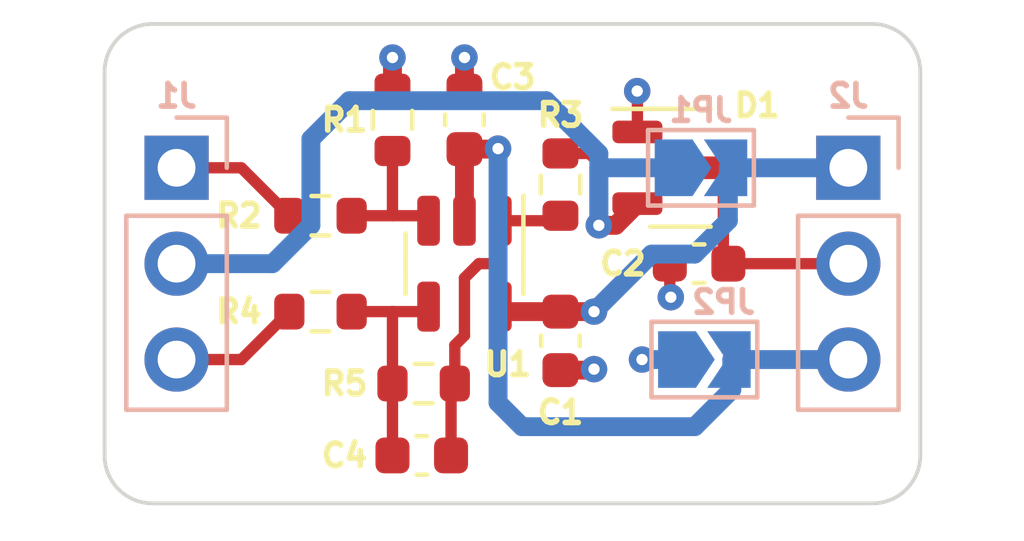
<source format=kicad_pcb>
(kicad_pcb (version 20221018) (generator pcbnew)
  (title_block (title "OPA990 Breakout") (date "2024-01-08") (rev "V24.01.0.1") (company "Fried Electronics") (comment 1 "Tom Fry"))
  (layers (0 "F.Cu" signal) (1 "In1.Cu" power) (2 "In2.Cu" power) (31 "B.Cu" signal) (34 "B.Paste" user) (35 "F.Paste" user) (36 "B.SilkS" user "B.Silkscreen") (37 "F.SilkS" user "F.Silkscreen") (38 "B.Mask" user) (39 "F.Mask" user) (44 "Edge.Cuts" user))
  (net 0 "")
  (net 1 "VSS")
  (net 2 "VDD")
  (net 3 "/OUT")
  (net 4 "/IN+")
  (net 5 "/IN-")
  (net 6 "GND")
  (net 7 "Net-(J1-Pin_1)")
  (net 8 "Net-(J1-Pin_3)")
  (net 9 "VIO")
  (net 10 "Net-(D1A-COM)")
  (footprint "Resistor_SMD:R_0603_1608Metric" (layer "F.Cu") (at 145.415 92.71 -90)
    (fp_text reference "R1" (at 0 1.27 unlocked) (layer "F.SilkS") (effects (font (size 0.6 0.6))))
    (fp_text value "R_Small")
    (fp_line (start -0.237258 -0.5225) (end 0.237258 -0.5225) (stroke (width 0.12)) (layer "F.SilkS"))
    (fp_line (start -0.237258 0.5225) (end 0.237258 0.5225) (stroke (width 0.12)) (layer "F.SilkS"))
    (pad "1" smd roundrect (at -0.825 0 270) (size 0.8 0.95) (layers "F.Cu" "F.Paste" "F.Mask") (net 6 "GND"))
    (pad "2" smd roundrect (at 0.825 0 270) (size 0.8 0.95) (layers "F.Cu" "F.Paste" "F.Mask") (net 4 "/IN+"))
  )
  (footprint "Capacitor_SMD:C_0603_1608Metric" (layer "F.Cu") (at 149.86 98.565 90)
    (fp_text reference "C1" (at -1.892 0 unlocked) (layer "F.SilkS") (effects (font (size 0.6 0.6))))
    (fp_text value "100nF")
    (fp_line (start -0.14058 -0.51) (end 0.14058 -0.51) (stroke (width 0.12)) (layer "F.SilkS"))
    (fp_line (start -0.14058 0.51) (end 0.14058 0.51) (stroke (width 0.12)) (layer "F.SilkS"))
    (pad "1" smd roundrect (at -0.775 0 90) (size 0.9 0.95) (layers "F.Cu" "F.Paste" "F.Mask") (net 6 "GND"))
    (pad "2" smd roundrect (at 0.775 0 90) (size 0.9 0.95) (layers "F.Cu" "F.Paste" "F.Mask") (net 2 "VDD"))
  )
  (footprint "Package_TO_SOT_SMD:SOT-23-3" (layer "F.Cu") (at 153.035 93.98)
    (fp_text reference "D1" (at 2.032 -1.651 unlocked) (layer "F.SilkS") (effects (font (size 0.6 0.6))))
    (fp_text value "BAT54S")
    (fp_line (start 0 -1.56) (end -1.8 -1.56) (stroke (width 0.12)) (layer "F.SilkS"))
    (fp_line (start 0 -1.56) (end 0.8 -1.56) (stroke (width 0.12)) (layer "F.SilkS"))
    (fp_line (start 0 1.56) (end -0.8 1.56) (stroke (width 0.12)) (layer "F.SilkS"))
    (fp_line (start 0 1.56) (end 0.8 1.56) (stroke (width 0.12)) (layer "F.SilkS"))
    (pad "1" smd roundrect (at -1.1375 -0.95) (size 1.325 0.6) (layers "F.Cu" "F.Paste" "F.Mask") (net 6 "GND"))
    (pad "2" smd roundrect (at -1.1375 0.95) (size 1.325 0.6) (layers "F.Cu" "F.Paste" "F.Mask") (net 9 "VIO"))
    (pad "3" smd roundrect (at 1.1375 0) (size 1.325 0.6) (layers "F.Cu" "F.Paste" "F.Mask") (net 10 "Net-(D1A-COM)"))
  )
  (footprint "Resistor_SMD:R_0603_1608Metric" (layer "F.Cu") (at 143.51 95.25 180)
    (fp_text reference "R2" (at 2.159 0 unlocked) (layer "F.SilkS") (effects (font (size 0.6 0.6))))
    (fp_text value "R_Small")
    (fp_line (start -0.237258 -0.5225) (end 0.237258 -0.5225) (stroke (width 0.12)) (layer "F.SilkS"))
    (fp_line (start -0.237258 0.5225) (end 0.237258 0.5225) (stroke (width 0.12)) (layer "F.SilkS"))
    (pad "1" smd roundrect (at -0.825 0 180) (size 0.8 0.95) (layers "F.Cu" "F.Paste" "F.Mask") (net 4 "/IN+"))
    (pad "2" smd roundrect (at 0.825 0 180) (size 0.8 0.95) (layers "F.Cu" "F.Paste" "F.Mask") (net 7 "Net-(J1-Pin_1)"))
  )
  (footprint "Resistor_SMD:R_0603_1608Metric" (layer "F.Cu") (at 146.24 99.695)
    (fp_text reference "R5" (at -2.095 0 unlocked) (layer "F.SilkS") (effects (font (size 0.6 0.6))))
    (fp_text value "R_Small")
    (fp_line (start -0.237258 -0.5225) (end 0.237258 -0.5225) (stroke (width 0.12)) (layer "F.SilkS"))
    (fp_line (start -0.237258 0.5225) (end 0.237258 0.5225) (stroke (width 0.12)) (layer "F.SilkS"))
    (pad "1" smd roundrect (at -0.825 0) (size 0.8 0.95) (layers "F.Cu" "F.Paste" "F.Mask") (net 5 "/IN-"))
    (pad "2" smd roundrect (at 0.825 0) (size 0.8 0.95) (layers "F.Cu" "F.Paste" "F.Mask") (net 3 "/OUT"))
  )
  (footprint "Capacitor_SMD:C_0603_1608Metric" (layer "F.Cu") (at 153.53 96.52 180)
    (fp_text reference "C2" (at 2.019 0 unlocked) (layer "F.SilkS") (effects (font (size 0.6 0.6))))
    (fp_text value "10nF")
    (fp_line (start -0.14058 -0.51) (end 0.14058 -0.51) (stroke (width 0.12)) (layer "F.SilkS"))
    (fp_line (start -0.14058 0.51) (end 0.14058 0.51) (stroke (width 0.12)) (layer "F.SilkS"))
    (pad "1" smd roundrect (at -0.775 0 180) (size 0.9 0.95) (layers "F.Cu" "F.Paste" "F.Mask") (net 10 "Net-(D1A-COM)"))
    (pad "2" smd roundrect (at 0.775 0 180) (size 0.9 0.95) (layers "F.Cu" "F.Paste" "F.Mask") (net 6 "GND"))
  )
  (footprint "Resistor_SMD:R_0603_1608Metric" (layer "F.Cu") (at 149.86 94.425 -90)
    (fp_text reference "R3" (at -1.842 0 unlocked) (layer "F.SilkS") (effects (font (size 0.6 0.6))))
    (fp_text value "100R")
    (fp_line (start -0.237258 -0.5225) (end 0.237258 -0.5225) (stroke (width 0.12)) (layer "F.SilkS"))
    (fp_line (start -0.237258 0.5225) (end 0.237258 0.5225) (stroke (width 0.12)) (layer "F.SilkS"))
    (pad "1" smd roundrect (at -0.825 0 270) (size 0.8 0.95) (layers "F.Cu" "F.Paste" "F.Mask") (net 10 "Net-(D1A-COM)"))
    (pad "2" smd roundrect (at 0.825 0 270) (size 0.8 0.95) (layers "F.Cu" "F.Paste" "F.Mask") (net 3 "/OUT"))
  )
  (footprint "Resistor_SMD:R_0603_1608Metric" (layer "F.Cu") (at 143.51 97.79)
    (fp_text reference "R4" (at -2.159 0 unlocked) (layer "F.SilkS") (effects (font (size 0.6 0.6))))
    (fp_text value "R_Small")
    (fp_line (start -0.237258 -0.5225) (end 0.237258 -0.5225) (stroke (width 0.12)) (layer "F.SilkS"))
    (fp_line (start -0.237258 0.5225) (end 0.237258 0.5225) (stroke (width 0.12)) (layer "F.SilkS"))
    (pad "1" smd roundrect (at -0.825 0) (size 0.8 0.95) (layers "F.Cu" "F.Paste" "F.Mask") (net 8 "Net-(J1-Pin_3)"))
    (pad "2" smd roundrect (at 0.825 0) (size 0.8 0.95) (layers "F.Cu" "F.Paste" "F.Mask") (net 5 "/IN-"))
  )
  (footprint "Capacitor_SMD:C_0603_1608Metric" (layer "F.Cu") (at 146.19 101.6)
    (fp_text reference "C4" (at -2.045 0 unlocked) (layer "F.SilkS") (effects (font (size 0.6 0.6))))
    (fp_text value "C_Small")
    (fp_line (start -0.14058 -0.51) (end 0.14058 -0.51) (stroke (width 0.12)) (layer "F.SilkS"))
    (fp_line (start -0.14058 0.51) (end 0.14058 0.51) (stroke (width 0.12)) (layer "F.SilkS"))
    (pad "1" smd roundrect (at -0.775 0) (size 0.9 0.95) (layers "F.Cu" "F.Paste" "F.Mask") (net 5 "/IN-"))
    (pad "2" smd roundrect (at 0.775 0) (size 0.9 0.95) (layers "F.Cu" "F.Paste" "F.Mask") (net 3 "/OUT"))
  )
  (footprint "Package_TO_SOT_SMD:SOT-23-5" (layer "F.Cu") (at 147.32 96.52 -90)
    (fp_text reference "U1" (at 2.667 -1.143 unlocked) (layer "F.SilkS") (effects (font (size 0.6 0.6))))
    (fp_text value "OPA99X")
    (fp_line (start 0 -1.56) (end -1.8 -1.56) (stroke (width 0.12)) (layer "F.SilkS"))
    (fp_line (start 0 -1.56) (end 0.8 -1.56) (stroke (width 0.12)) (layer "F.SilkS"))
    (fp_line (start 0 1.56) (end -0.8 1.56) (stroke (width 0.12)) (layer "F.SilkS"))
    (fp_line (start 0 1.56) (end 0.8 1.56) (stroke (width 0.12)) (layer "F.SilkS"))
    (pad "1" smd roundrect (at -1.1375 -0.95 270) (size 1.325 0.6) (layers "F.Cu" "F.Paste" "F.Mask") (net 3 "/OUT"))
    (pad "2" smd roundrect (at -1.1375 0 270) (size 1.325 0.6) (layers "F.Cu" "F.Paste" "F.Mask") (net 1 "VSS"))
    (pad "3" smd roundrect (at -1.1375 0.95 270) (size 1.325 0.6) (layers "F.Cu" "F.Paste" "F.Mask") (net 4 "/IN+"))
    (pad "4" smd roundrect (at 1.1375 0.95 270) (size 1.325 0.6) (layers "F.Cu" "F.Paste" "F.Mask") (net 5 "/IN-"))
    (pad "5" smd roundrect (at 1.1375 -0.95 270) (size 1.325 0.6) (layers "F.Cu" "F.Paste" "F.Mask") (net 2 "VDD"))
  )
  (footprint "Capacitor_SMD:C_0603_1608Metric" (layer "F.Cu") (at 147.32 92.71 90)
    (fp_text reference "C3" (at 1.13 1.27 unlocked) (layer "F.SilkS") (effects (font (size 0.6 0.6))))
    (fp_text value "100nF")
    (fp_line (start -0.14058 -0.51) (end 0.14058 -0.51) (stroke (width 0.12)) (layer "F.SilkS"))
    (fp_line (start -0.14058 0.51) (end 0.14058 0.51) (stroke (width 0.12)) (layer "F.SilkS"))
    (pad "1" smd roundrect (at -0.775 0 90) (size 0.9 0.95) (layers "F.Cu" "F.Paste" "F.Mask") (net 1 "VSS"))
    (pad "2" smd roundrect (at 0.775 0 90) (size 0.9 0.95) (layers "F.Cu" "F.Paste" "F.Mask") (net 6 "GND"))
  )
  (footprint "Connector_PinHeader_2.54mm:PinHeader_1x03_P2.54mm_Vertical" (layer "B.Cu") (at 139.7 93.98 180)
    (fp_text reference "J1" (at 0 1.905 unlocked) (layer "B.SilkS") (effects (font (size 0.6 0.6)) (justify mirror)))
    (fp_text value "Conn_01x03")
    (fp_line (start -1.33 -6.41) (end 1.33 -6.41) (stroke (width 0.12)) (layer "B.SilkS"))
    (fp_line (start -1.33 -1.27) (end -1.33 -6.41) (stroke (width 0.12)) (layer "B.SilkS"))
    (fp_line (start -1.33 -1.27) (end 1.33 -1.27) (stroke (width 0.12)) (layer "B.SilkS"))
    (fp_line (start -1.33 0) (end -1.33 1.33) (stroke (width 0.12)) (layer "B.SilkS"))
    (fp_line (start -1.33 1.33) (end 0 1.33) (stroke (width 0.12)) (layer "B.SilkS"))
    (fp_line (start 1.33 -1.27) (end 1.33 -6.41) (stroke (width 0.12)) (layer "B.SilkS"))
    (pad "1" thru_hole rect (at 0 0 180) (size 1.7 1.7) (drill 1) (layers "*.Cu" "*.Mask") (net 7 "Net-(J1-Pin_1)"))
    (pad "2" thru_hole oval (at 0 -2.54 180) (size 1.7 1.7) (drill 1) (layers "*.Cu" "*.Mask") (net 9 "VIO"))
    (pad "3" thru_hole oval (at 0 -5.08 180) (size 1.7 1.7) (drill 1) (layers "*.Cu" "*.Mask") (net 8 "Net-(J1-Pin_3)"))
  )
  (footprint "Jumper:SolderJumper-2_P1.3mm_Open_TrianglePad1.0x1.5mm" (layer "B.Cu") (at 153.67 99.06)
    (fp_text reference "JP2" (at 0.508 -1.524 unlocked) (layer "B.SilkS") (effects (font (size 0.6 0.6)) (justify mirror)))
    (fp_text value "Jmp_VSS_GND")
    (fp_line (start -1.4 -1) (end -1.4 1) (stroke (width 0.12)) (layer "B.SilkS"))
    (fp_line (start -1.4 1) (end 1.4 1) (stroke (width 0.12)) (layer "B.SilkS"))
    (fp_line (start 1.4 -1) (end -1.4 -1) (stroke (width 0.12)) (layer "B.SilkS"))
    (fp_line (start 1.4 1) (end 1.4 -1) (stroke (width 0.12)) (layer "B.SilkS"))
    (pad "1" smd custom (at -0.725 0) (size 0.3 0.3) (layers "B.Cu" "B.Mask") (net 6 "GND") (options (clearance outline) (anchor rect)) (primitives (gr_poly (pts (xy 1 0) (xy 0.5 -0.75) (xy -0.5 -0.75) (xy -0.5 0.75) (xy 0.5 0.75)) (width 0) (fill yes))))
    (pad "2" smd custom (at 0.725 0) (size 0.3 0.3) (layers "B.Cu" "B.Mask") (net 1 "VSS") (options (clearance outline) (anchor rect)) (primitives (gr_poly (pts (xy 0.5 -0.75) (xy -0.65 -0.75) (xy -0.15 0) (xy -0.65 0.75) (xy 0.5 0.75)) (width 0) (fill yes))))
  )
  (footprint "Jumper:SolderJumper-2_P1.3mm_Open_TrianglePad1.0x1.5mm" (layer "B.Cu") (at 153.58 93.98)
    (fp_text reference "JP1" (at 0 -1.524 unlocked) (layer "B.SilkS") (effects (font (size 0.6 0.6)) (justify mirror)))
    (fp_text value "Jmp_VIO_VDD")
    (fp_line (start -1.4 -1) (end -1.4 1) (stroke (width 0.12)) (layer "B.SilkS"))
    (fp_line (start -1.4 1) (end 1.4 1) (stroke (width 0.12)) (layer "B.SilkS"))
    (fp_line (start 1.4 -1) (end -1.4 -1) (stroke (width 0.12)) (layer "B.SilkS"))
    (fp_line (start 1.4 1) (end 1.4 -1) (stroke (width 0.12)) (layer "B.SilkS"))
    (pad "1" smd custom (at -0.725 0) (size 0.3 0.3) (layers "B.Cu" "B.Mask") (net 9 "VIO") (options (clearance outline) (anchor rect)) (primitives (gr_poly (pts (xy 1 0) (xy 0.5 -0.75) (xy -0.5 -0.75) (xy -0.5 0.75) (xy 0.5 0.75)) (width 0) (fill yes))))
    (pad "2" smd custom (at 0.725 0) (size 0.3 0.3) (layers "B.Cu" "B.Mask") (net 2 "VDD") (options (clearance outline) (anchor rect)) (primitives (gr_poly (pts (xy 0.5 -0.75) (xy -0.65 -0.75) (xy -0.15 0) (xy -0.65 0.75) (xy 0.5 0.75)) (width 0) (fill yes))))
  )
  (footprint "Connector_PinHeader_2.54mm:PinHeader_1x03_P2.54mm_Vertical" (layer "B.Cu") (at 157.48 93.98 180)
    (fp_text reference "J2" (at 0 1.905 unlocked) (layer "B.SilkS") (effects (font (size 0.6 0.6)) (justify mirror)))
    (fp_text value "Conn_01x03")
    (fp_line (start -1.33 -6.41) (end 1.33 -6.41) (stroke (width 0.12)) (layer "B.SilkS"))
    (fp_line (start -1.33 -1.27) (end -1.33 -6.41) (stroke (width 0.12)) (layer "B.SilkS"))
    (fp_line (start -1.33 -1.27) (end 1.33 -1.27) (stroke (width 0.12)) (layer "B.SilkS"))
    (fp_line (start -1.33 0) (end -1.33 1.33) (stroke (width 0.12)) (layer "B.SilkS"))
    (fp_line (start -1.33 1.33) (end 0 1.33) (stroke (width 0.12)) (layer "B.SilkS"))
    (fp_line (start 1.33 -1.27) (end 1.33 -6.41) (stroke (width 0.12)) (layer "B.SilkS"))
    (pad "1" thru_hole rect (at 0 0 180) (size 1.7 1.7) (drill 1) (layers "*.Cu" "*.Mask") (net 2 "VDD"))
    (pad "2" thru_hole oval (at 0 -2.54 180) (size 1.7 1.7) (drill 1) (layers "*.Cu" "*.Mask") (net 10 "Net-(D1A-COM)"))
    (pad "3" thru_hole oval (at 0 -5.08 180) (size 1.7 1.7) (drill 1) (layers "*.Cu" "*.Mask") (net 1 "VSS"))
  )
  (gr_line (start 158.115 90.17) (end 139.065 90.17) (stroke (width 0.1)) (layer "Edge.Cuts"))
  (gr_line (start 137.795 91.44) (end 137.795 101.6) (stroke (width 0.1)) (layer "Edge.Cuts"))
  (gr_arc (start 159.385 101.6) (mid 159.013026 102.498026) (end 158.115 102.87) (stroke (width 0.1)) (layer "Edge.Cuts"))
  (gr_arc (start 158.115 90.17) (mid 159.013026 90.541974) (end 159.385 91.44) (stroke (width 0.1)) (layer "Edge.Cuts"))
  (gr_arc (start 139.065 102.87) (mid 138.166974 102.498026) (end 137.795 101.6) (stroke (width 0.1)) (layer "Edge.Cuts"))
  (gr_line (start 159.385 91.44) (end 159.385 101.6) (stroke (width 0.1)) (layer "Edge.Cuts"))
  (gr_line (start 158.115 102.87) (end 139.065 102.87) (stroke (width 0.1)) (layer "Edge.Cuts"))
  (gr_arc (start 137.795 91.44) (mid 138.166974 90.541974) (end 139.065 90.17) (stroke (width 0.1)) (layer "Edge.Cuts"))
  (segment (start 147.32 95.3825) (end 147.32 93.485) (width 0.5) (layer "F.Cu") (net 1))
  (segment (start 148.196 93.485) (end 148.209 93.472) (width 0.5) (layer "F.Cu") (net 1))
  (segment (start 147.32 93.485) (end 148.196 93.485) (width 0.5) (layer "F.Cu") (net 1))
  (via (at 148.209 93.472) (size 0.7) (drill 0.3) (layers "F.Cu" "B.Cu") (net 1))
  (segment (start 154.395 99.06) (end 157.48 99.06) (width 0.5) (layer "B.Cu") (net 1))
  (segment (start 154.395 99.859) (end 154.395 99.06) (width 0.5) (layer "B.Cu") (net 1))
  (segment (start 148.209 100.203) (end 148.844 100.838) (width 0.5) (layer "B.Cu") (net 1))
  (segment (start 148.844 100.838) (end 153.416 100.838) (width 0.5) (layer "B.Cu") (net 1))
  (segment (start 148.209 93.472) (end 148.209 100.203) (width 0.5) (layer "B.Cu") (net 1))
  (segment (start 153.416 100.838) (end 154.395 99.859) (width 0.5) (layer "B.Cu") (net 1))
  (segment (start 149.86 97.79) (end 150.749 97.79) (width 0.5) (layer "F.Cu") (net 2))
  (segment (start 148.4025 97.79) (end 148.27 97.6575) (width 0.5) (layer "F.Cu") (net 2))
  (segment (start 149.86 97.79) (end 148.4025 97.79) (width 0.5) (layer "F.Cu") (net 2))
  (via (at 150.749 97.79) (size 0.7) (drill 0.3) (layers "F.Cu" "B.Cu") (net 2))
  (segment (start 153.416 96.266) (end 154.305 95.377) (width 0.5) (layer "B.Cu") (net 2))
  (segment (start 154.305 93.98) (end 157.48 93.98) (width 0.5) (layer "B.Cu") (net 2))
  (segment (start 152.273 96.266) (end 153.416 96.266) (width 0.5) (layer "B.Cu") (net 2))
  (segment (start 154.305 95.377) (end 154.305 93.98) (width 0.5) (layer "B.Cu") (net 2))
  (segment (start 150.749 97.79) (end 152.273 96.266) (width 0.5) (layer "B.Cu") (net 2))
  (segment (start 148.27 95.3825) (end 149.7275 95.3825) (width 0.3) (layer "F.Cu") (net 3))
  (segment (start 148.082 96.52) (end 147.701 96.52) (width 0.3) (layer "F.Cu") (net 3))
  (segment (start 148.27 96.332) (end 148.082 96.52) (width 0.3) (layer "F.Cu") (net 3))
  (segment (start 148.27 95.3825) (end 148.27 96.332) (width 0.3) (layer "F.Cu") (net 3))
  (segment (start 146.965 101.6) (end 146.965 99.795) (width 0.3) (layer "F.Cu") (net 3))
  (segment (start 147.32 96.901) (end 147.32 98.425) (width 0.3) (layer "F.Cu") (net 3))
  (segment (start 147.065 98.68) (end 147.065 99.695) (width 0.3) (layer "F.Cu") (net 3))
  (segment (start 147.32 98.425) (end 147.065 98.68) (width 0.3) (layer "F.Cu") (net 3))
  (segment (start 146.965 99.795) (end 147.065 99.695) (width 0.3) (layer "F.Cu") (net 3))
  (segment (start 147.701 96.52) (end 147.32 96.901) (width 0.3) (layer "F.Cu") (net 3))
  (segment (start 149.7275 95.3825) (end 149.86 95.25) (width 0.3) (layer "F.Cu") (net 3))
  (segment (start 144.335 95.25) (end 145.415 95.25) (width 0.3) (layer "F.Cu") (net 4))
  (segment (start 146.2375 95.25) (end 146.37 95.3825) (width 0.3) (layer "F.Cu") (net 4))
  (segment (start 145.415 95.25) (end 146.2375 95.25) (width 0.3) (layer "F.Cu") (net 4))
  (segment (start 145.415 93.535) (end 145.415 95.25) (width 0.3) (layer "F.Cu") (net 4))
  (segment (start 146.2375 97.79) (end 146.37 97.6575) (width 0.3) (layer "F.Cu") (net 5))
  (segment (start 145.415 97.79) (end 146.2375 97.79) (width 0.3) (layer "F.Cu") (net 5))
  (segment (start 145.415 99.695) (end 145.415 97.79) (width 0.3) (layer "F.Cu") (net 5))
  (segment (start 145.415 101.6) (end 145.415 99.695) (width 0.3) (layer "F.Cu") (net 5))
  (segment (start 144.335 97.79) (end 145.415 97.79) (width 0.3) (layer "F.Cu") (net 5))
  (segment (start 150.723 99.34) (end 150.749 99.314) (width 0.5) (layer "F.Cu") (net 6))
  (segment (start 152.755 97.383) (end 152.781 97.409) (width 0.3) (layer "F.Cu") (net 6))
  (segment (start 151.8975 91.9535) (end 151.892 91.948) (width 0.3) (layer "F.Cu") (net 6))
  (segment (start 145.415 91.885) (end 145.415 91.059) (width 0.5) (layer "F.Cu") (net 6))
  (segment (start 147.32 91.935) (end 147.32 91.059) (width 0.5) (layer "F.Cu") (net 6))
  (segment (start 152.755 96.52) (end 152.755 97.383) (width 0.3) (layer "F.Cu") (net 6))
  (segment (start 149.86 99.34) (end 150.723 99.34) (width 0.5) (layer "F.Cu") (net 6))
  (segment (start 151.8975 93.03) (end 151.8975 91.9535) (width 0.3) (layer "F.Cu") (net 6))
  (via (at 147.32 91.059) (size 0.7) (drill 0.3) (layers "F.Cu" "B.Cu") (net 6))
  (via (at 152.781 97.409) (size 0.7) (drill 0.3) (layers "F.Cu" "B.Cu") (net 6))
  (via (at 150.749 99.314) (size 0.7) (drill 0.3) (layers "F.Cu" "B.Cu") (net 6))
  (via (at 145.415 91.059) (size 0.7) (drill 0.3) (layers "F.Cu" "B.Cu") (net 6))
  (via (at 152.019 99.06) (size 0.7) (drill 0.3) (layers "F.Cu" "B.Cu") (net 6))
  (via (at 151.892 91.948) (size 0.7) (drill 0.3) (layers "F.Cu" "B.Cu") (net 6))
  (segment (start 152.945 99.06) (end 152.019 99.06) (width 0.5) (layer "B.Cu") (net 6))
  (segment (start 141.415 93.98) (end 142.685 95.25) (width 0.3) (layer "F.Cu") (net 7))
  (segment (start 139.7 93.98) (end 141.415 93.98) (width 0.3) (layer "F.Cu") (net 7))
  (segment (start 141.415 99.06) (end 142.685 97.79) (width 0.3) (layer "F.Cu") (net 8))
  (segment (start 139.7 99.06) (end 141.415 99.06) (width 0.3) (layer "F.Cu") (net 8))
  (segment (start 151.3235 95.504) (end 151.8975 94.93) (width 0.5) (layer "F.Cu") (net 9))
  (segment (start 150.876 95.504) (end 151.3235 95.504) (width 0.5) (layer "F.Cu") (net 9))
  (via (at 150.876 95.504) (size 0.7) (drill 0.3) (layers "F.Cu" "B.Cu") (net 9))
  (segment (start 143.256 93.218) (end 144.272 92.202) (width 0.5) (layer "B.Cu") (net 9))
  (segment (start 149.479 92.202) (end 150.876 93.599) (width 0.5) (layer "B.Cu") (net 9))
  (segment (start 150.876 93.599) (end 150.876 95.504) (width 0.5) (layer "B.Cu") (net 9))
  (segment (start 139.7 96.52) (end 142.24 96.52) (width 0.5) (layer "B.Cu") (net 9))
  (segment (start 142.24 96.52) (end 143.256 95.504) (width 0.5) (layer "B.Cu") (net 9))
  (segment (start 152.855 93.98) (end 150.876 93.98) (width 0.5) (layer "B.Cu") (net 9))
  (segment (start 150.876 93.98) (end 150.876 95.504) (width 0.5) (layer "B.Cu") (net 9))
  (segment (start 143.256 95.504) (end 143.256 93.218) (width 0.5) (layer "B.Cu") (net 9))
  (segment (start 144.272 92.202) (end 149.479 92.202) (width 0.5) (layer "B.Cu") (net 9))
  (segment (start 151.003 93.98) (end 154.1725 93.98) (width 0.3) (layer "F.Cu") (net 10))
  (segment (start 150.623 93.6) (end 151.003 93.98) (width 0.3) (layer "F.Cu") (net 10))
  (segment (start 154.1725 93.98) (end 154.1725 96.3875) (width 0.3) (layer "F.Cu") (net 10))
  (segment (start 154.305 96.52) (end 157.48 96.52) (width 0.3) (layer "F.Cu") (net 10))
  (segment (start 149.86 93.6) (end 150.623 93.6) (width 0.3) (layer "F.Cu") (net 10))
  (segment (start 154.1725 96.3875) (end 154.305 96.52) (width 0.3) (layer "F.Cu") (net 10))
)
</source>
